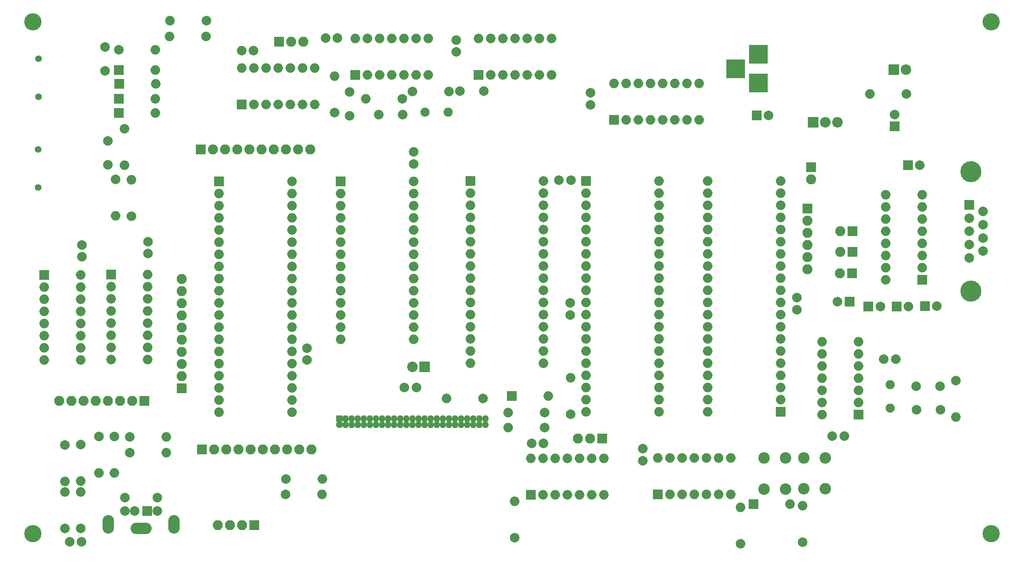
<source format=gbr>
G04 #@! TF.FileFunction,Soldermask,Bot*
%FSLAX46Y46*%
G04 Gerber Fmt 4.6, Leading zero omitted, Abs format (unit mm)*
G04 Created by KiCad (PCBNEW 4.0.7) date 04/20/21 08:22:52*
%MOMM*%
%LPD*%
G01*
G04 APERTURE LIST*
%ADD10C,0.100000*%
%ADD11O,2.400000X3.900000*%
%ADD12R,2.000000X2.000000*%
%ADD13C,2.000000*%
%ADD14O,4.400000X2.400000*%
%ADD15O,2.000000X2.000000*%
%ADD16R,2.100000X2.100000*%
%ADD17O,2.100000X2.100000*%
%ADD18C,4.400000*%
%ADD19R,2.200000X2.200000*%
%ADD20C,2.200000*%
%ADD21C,2.400000*%
%ADD22O,2.200000X2.200000*%
%ADD23C,1.400000*%
%ADD24C,1.900000*%
%ADD25R,3.900000X3.900000*%
%ADD26R,1.400000X1.400000*%
%ADD27O,1.400000X1.400000*%
%ADD28C,3.600000*%
G04 APERTURE END LIST*
D10*
D11*
X38710000Y-134100000D03*
X52410000Y-134100000D03*
D12*
X46860000Y-131250000D03*
D13*
X44260000Y-131250000D03*
X48960000Y-131250000D03*
X42160000Y-131250000D03*
X48960000Y-128450000D03*
X42160000Y-128450000D03*
D14*
X45560000Y-134900000D03*
D13*
X127070000Y-117100000D03*
X129570000Y-117100000D03*
D12*
X179070000Y-110490000D03*
D15*
X163830000Y-62230000D03*
X179070000Y-107950000D03*
X163830000Y-64770000D03*
X179070000Y-105410000D03*
X163830000Y-67310000D03*
X179070000Y-102870000D03*
X163830000Y-69850000D03*
X179070000Y-100330000D03*
X163830000Y-72390000D03*
X179070000Y-97790000D03*
X163830000Y-74930000D03*
X179070000Y-95250000D03*
X163830000Y-77470000D03*
X179070000Y-92710000D03*
X163830000Y-80010000D03*
X179070000Y-90170000D03*
X163830000Y-82550000D03*
X179070000Y-87630000D03*
X163830000Y-85090000D03*
X179070000Y-85090000D03*
X163830000Y-87630000D03*
X179070000Y-82550000D03*
X163830000Y-90170000D03*
X179070000Y-80010000D03*
X163830000Y-92710000D03*
X179070000Y-77470000D03*
X163830000Y-95250000D03*
X179070000Y-74930000D03*
X163830000Y-97790000D03*
X179070000Y-72390000D03*
X163830000Y-100330000D03*
X179070000Y-69850000D03*
X163830000Y-102870000D03*
X179070000Y-67310000D03*
X163830000Y-105410000D03*
X179070000Y-64770000D03*
X163830000Y-107950000D03*
X179070000Y-62230000D03*
X163830000Y-110490000D03*
D16*
X194010000Y-81610000D03*
D17*
X191470000Y-81610000D03*
D12*
X218500000Y-67250000D03*
D13*
X218500000Y-70020000D03*
X218500000Y-72790000D03*
X218500000Y-75560000D03*
X218500000Y-78330000D03*
X221340000Y-68635000D03*
X221340000Y-71405000D03*
X221340000Y-74175000D03*
X221340000Y-76945000D03*
D18*
X218800000Y-85290000D03*
X218800000Y-60290000D03*
D12*
X126940000Y-127910000D03*
D15*
X142180000Y-120290000D03*
X129480000Y-127910000D03*
X139640000Y-120290000D03*
X132020000Y-127910000D03*
X137100000Y-120290000D03*
X134560000Y-127910000D03*
X134560000Y-120290000D03*
X137100000Y-127910000D03*
X132020000Y-120290000D03*
X139640000Y-127910000D03*
X129480000Y-120290000D03*
X142180000Y-127910000D03*
X126940000Y-120290000D03*
D12*
X205660000Y-58940000D03*
D13*
X208160000Y-58940000D03*
D12*
X197400000Y-88540000D03*
D13*
X199900000Y-88540000D03*
D12*
X209210000Y-88470000D03*
D13*
X211710000Y-88470000D03*
D12*
X203300000Y-88510000D03*
D13*
X205800000Y-88510000D03*
X207430000Y-110090000D03*
X212430000Y-110090000D03*
X207370000Y-105200000D03*
X212370000Y-105200000D03*
D12*
X193480000Y-87510000D03*
D13*
X190980000Y-87510000D03*
X89120000Y-43660000D03*
X89120000Y-48660000D03*
D12*
X174070000Y-48540000D03*
D13*
X176570000Y-48540000D03*
D12*
X202920000Y-50860000D03*
D13*
X202920000Y-48360000D03*
X38650000Y-58870000D03*
X38650000Y-53870000D03*
X100220000Y-48420000D03*
X95220000Y-48420000D03*
X112110000Y-43460000D03*
X117110000Y-43460000D03*
X38050000Y-39260000D03*
X38050000Y-34260000D03*
D12*
X173400000Y-129810000D03*
D15*
X181020000Y-129810000D03*
D19*
X202680000Y-39000000D03*
D20*
X205220000Y-39000000D03*
D19*
X104770000Y-101170000D03*
D20*
X102230000Y-101170000D03*
D12*
X40900000Y-45090000D03*
D15*
X48520000Y-45090000D03*
D12*
X40920000Y-48080000D03*
D15*
X48540000Y-48080000D03*
D12*
X40990000Y-41970000D03*
D15*
X48610000Y-41970000D03*
D12*
X40920000Y-39090000D03*
D15*
X48540000Y-39090000D03*
D12*
X138430000Y-62230000D03*
D15*
X153670000Y-110490000D03*
X138430000Y-64770000D03*
X153670000Y-107950000D03*
X138430000Y-67310000D03*
X153670000Y-105410000D03*
X138430000Y-69850000D03*
X153670000Y-102870000D03*
X138430000Y-72390000D03*
X153670000Y-100330000D03*
X138430000Y-74930000D03*
X153670000Y-97790000D03*
X138430000Y-77470000D03*
X153670000Y-95250000D03*
X138430000Y-80010000D03*
X153670000Y-92710000D03*
X138430000Y-82550000D03*
X153670000Y-90170000D03*
X138430000Y-85090000D03*
X153670000Y-87630000D03*
X138430000Y-87630000D03*
X153670000Y-85090000D03*
X138430000Y-90170000D03*
X153670000Y-82550000D03*
X138430000Y-92710000D03*
X153670000Y-80010000D03*
X138430000Y-95250000D03*
X153670000Y-77470000D03*
X138430000Y-97790000D03*
X153670000Y-74930000D03*
X138430000Y-100330000D03*
X153670000Y-72390000D03*
X138430000Y-102870000D03*
X153670000Y-69850000D03*
X138430000Y-105410000D03*
X153670000Y-67310000D03*
X138430000Y-107950000D03*
X153670000Y-64770000D03*
X138430000Y-110490000D03*
X153670000Y-62230000D03*
D16*
X184680000Y-68060000D03*
D17*
X184680000Y-70600000D03*
X184680000Y-73140000D03*
X184680000Y-75680000D03*
X184680000Y-78220000D03*
X184680000Y-80760000D03*
D16*
X46250000Y-108200000D03*
D17*
X43710000Y-108200000D03*
X41170000Y-108200000D03*
X38630000Y-108200000D03*
X36090000Y-108200000D03*
X33550000Y-108200000D03*
X31010000Y-108200000D03*
X28470000Y-108200000D03*
D16*
X185420000Y-59380000D03*
D17*
X185420000Y-61920000D03*
D16*
X74380000Y-33110000D03*
D17*
X76920000Y-33110000D03*
X79460000Y-33110000D03*
D16*
X194080000Y-72730000D03*
D17*
X191540000Y-72730000D03*
D16*
X194080000Y-77110000D03*
D17*
X191540000Y-77110000D03*
D16*
X141880000Y-116120000D03*
D17*
X139340000Y-116120000D03*
X136800000Y-116120000D03*
D13*
X170690000Y-138140000D03*
D15*
X170690000Y-130520000D03*
D13*
X183680000Y-137800000D03*
D15*
X183680000Y-130180000D03*
D13*
X135200000Y-111030000D03*
D15*
X135200000Y-103410000D03*
D13*
X75770000Y-124610000D03*
D15*
X83390000Y-124610000D03*
D13*
X75720000Y-127830000D03*
D15*
X83340000Y-127830000D03*
D13*
X215700000Y-104050000D03*
D15*
X215700000Y-111670000D03*
D13*
X129780000Y-113860000D03*
D15*
X122160000Y-113860000D03*
D13*
X129840000Y-110700000D03*
D15*
X122220000Y-110700000D03*
D13*
X205360000Y-44090000D03*
D15*
X197740000Y-44090000D03*
D13*
X116930000Y-107710000D03*
D15*
X109310000Y-107710000D03*
D13*
X29640000Y-117460000D03*
D15*
X29640000Y-125080000D03*
D13*
X29670000Y-134890000D03*
D15*
X29670000Y-127270000D03*
D13*
X85990000Y-47930000D03*
D15*
X85990000Y-40310000D03*
D13*
X40270000Y-61950000D03*
D15*
X40270000Y-69570000D03*
D13*
X43510000Y-69610000D03*
D15*
X43510000Y-61990000D03*
D13*
X59120000Y-32050000D03*
D15*
X51500000Y-32050000D03*
D13*
X59180000Y-28720000D03*
D15*
X51560000Y-28720000D03*
D13*
X42080000Y-51350000D03*
D15*
X42080000Y-58970000D03*
D13*
X102250000Y-43590000D03*
D15*
X109870000Y-43590000D03*
D13*
X100120000Y-45070000D03*
D15*
X92500000Y-45070000D03*
D13*
X32990000Y-117400000D03*
D15*
X32990000Y-125020000D03*
D13*
X32970000Y-134890000D03*
D15*
X32970000Y-127270000D03*
D13*
X40930000Y-34870000D03*
D15*
X48550000Y-34870000D03*
D21*
X180130000Y-126710000D03*
X175630000Y-126710000D03*
X180130000Y-120210000D03*
X175630000Y-120210000D03*
X188430000Y-126650000D03*
X183930000Y-126650000D03*
X188430000Y-120150000D03*
X183930000Y-120150000D03*
D12*
X114300000Y-62230000D03*
D15*
X129540000Y-100330000D03*
X114300000Y-64770000D03*
X129540000Y-97790000D03*
X114300000Y-67310000D03*
X129540000Y-95250000D03*
X114300000Y-69850000D03*
X129540000Y-92710000D03*
X114300000Y-72390000D03*
X129540000Y-90170000D03*
X114300000Y-74930000D03*
X129540000Y-87630000D03*
X114300000Y-77470000D03*
X129540000Y-85090000D03*
X114300000Y-80010000D03*
X129540000Y-82550000D03*
X114300000Y-82550000D03*
X129540000Y-80010000D03*
X114300000Y-85090000D03*
X129540000Y-77470000D03*
X114300000Y-87630000D03*
X129540000Y-74930000D03*
X114300000Y-90170000D03*
X129540000Y-72390000D03*
X114300000Y-92710000D03*
X129540000Y-69850000D03*
X114300000Y-95250000D03*
X129540000Y-67310000D03*
X114300000Y-97790000D03*
X129540000Y-64770000D03*
X114300000Y-100330000D03*
X129540000Y-62230000D03*
D12*
X87230000Y-62360000D03*
D15*
X102470000Y-95380000D03*
X87230000Y-64900000D03*
X102470000Y-92840000D03*
X87230000Y-67440000D03*
X102470000Y-90300000D03*
X87230000Y-69980000D03*
X102470000Y-87760000D03*
X87230000Y-72520000D03*
X102470000Y-85220000D03*
X87230000Y-75060000D03*
X102470000Y-82680000D03*
X87230000Y-77600000D03*
X102470000Y-80140000D03*
X87230000Y-80140000D03*
X102470000Y-77600000D03*
X87230000Y-82680000D03*
X102470000Y-75060000D03*
X87230000Y-85220000D03*
X102470000Y-72520000D03*
X87230000Y-87760000D03*
X102470000Y-69980000D03*
X87230000Y-90300000D03*
X102470000Y-67440000D03*
X87230000Y-92840000D03*
X102470000Y-64900000D03*
X87230000Y-95380000D03*
X102470000Y-62360000D03*
D19*
X185860000Y-50010000D03*
D22*
X188400000Y-50010000D03*
X190940000Y-50010000D03*
D12*
X195330000Y-111130000D03*
D15*
X187710000Y-95890000D03*
X195330000Y-108590000D03*
X187710000Y-98430000D03*
X195330000Y-106050000D03*
X187710000Y-100970000D03*
X195330000Y-103510000D03*
X187710000Y-103510000D03*
X195330000Y-100970000D03*
X187710000Y-106050000D03*
X195330000Y-98430000D03*
X187710000Y-108590000D03*
X195330000Y-95890000D03*
X187710000Y-111130000D03*
D12*
X153470000Y-127790000D03*
D15*
X168710000Y-120170000D03*
X156010000Y-127790000D03*
X166170000Y-120170000D03*
X158550000Y-127790000D03*
X163630000Y-120170000D03*
X161090000Y-127790000D03*
X161090000Y-120170000D03*
X163630000Y-127790000D03*
X158550000Y-120170000D03*
X166170000Y-127790000D03*
X156010000Y-120170000D03*
X168710000Y-127790000D03*
X153470000Y-120170000D03*
D12*
X61790000Y-62320000D03*
D15*
X77030000Y-110580000D03*
X61790000Y-64860000D03*
X77030000Y-108040000D03*
X61790000Y-67400000D03*
X77030000Y-105500000D03*
X61790000Y-69940000D03*
X77030000Y-102960000D03*
X61790000Y-72480000D03*
X77030000Y-100420000D03*
X61790000Y-75020000D03*
X77030000Y-97880000D03*
X61790000Y-77560000D03*
X77030000Y-95340000D03*
X61790000Y-80100000D03*
X77030000Y-92800000D03*
X61790000Y-82640000D03*
X77030000Y-90260000D03*
X61790000Y-85180000D03*
X77030000Y-87720000D03*
X61790000Y-87720000D03*
X77030000Y-85180000D03*
X61790000Y-90260000D03*
X77030000Y-82640000D03*
X61790000Y-92800000D03*
X77030000Y-80100000D03*
X61790000Y-95340000D03*
X77030000Y-77560000D03*
X61790000Y-97880000D03*
X77030000Y-75020000D03*
X61790000Y-100420000D03*
X77030000Y-72480000D03*
X61790000Y-102960000D03*
X77030000Y-69940000D03*
X61790000Y-105500000D03*
X77030000Y-67400000D03*
X61790000Y-108040000D03*
X77030000Y-64860000D03*
X61790000Y-110580000D03*
X77030000Y-62320000D03*
D12*
X66610000Y-46270000D03*
D15*
X81850000Y-38650000D03*
X69150000Y-46270000D03*
X79310000Y-38650000D03*
X71690000Y-46270000D03*
X76770000Y-38650000D03*
X74230000Y-46270000D03*
X74230000Y-38650000D03*
X76770000Y-46270000D03*
X71690000Y-38650000D03*
X79310000Y-46270000D03*
X69150000Y-38650000D03*
X81850000Y-46270000D03*
X66610000Y-38650000D03*
D12*
X90250000Y-40070000D03*
D15*
X105490000Y-32450000D03*
X92790000Y-40070000D03*
X102950000Y-32450000D03*
X95330000Y-40070000D03*
X100410000Y-32450000D03*
X97870000Y-40070000D03*
X97870000Y-32450000D03*
X100410000Y-40070000D03*
X95330000Y-32450000D03*
X102950000Y-40070000D03*
X92790000Y-32450000D03*
X105490000Y-40070000D03*
X90250000Y-32450000D03*
D12*
X39290000Y-81810000D03*
D15*
X46910000Y-99590000D03*
X39290000Y-84350000D03*
X46910000Y-97050000D03*
X39290000Y-86890000D03*
X46910000Y-94510000D03*
X39290000Y-89430000D03*
X46910000Y-91970000D03*
X39290000Y-91970000D03*
X46910000Y-89430000D03*
X39290000Y-94510000D03*
X46910000Y-86890000D03*
X39290000Y-97050000D03*
X46910000Y-84350000D03*
X39290000Y-99590000D03*
X46910000Y-81810000D03*
D23*
X24130000Y-36690000D03*
X24130000Y-44690000D03*
X24090000Y-55630000D03*
X24090000Y-63630000D03*
D24*
X201930000Y-109730000D03*
X201930000Y-104850000D03*
X104810000Y-47850000D03*
X109690000Y-47850000D03*
D25*
X174420000Y-41780000D03*
X174420000Y-35780000D03*
X169720000Y-38780000D03*
D12*
X144280000Y-49490000D03*
D15*
X162060000Y-41870000D03*
X146820000Y-49490000D03*
X159520000Y-41870000D03*
X149360000Y-49490000D03*
X156980000Y-41870000D03*
X151900000Y-49490000D03*
X154440000Y-41870000D03*
X154440000Y-49490000D03*
X151900000Y-41870000D03*
X156980000Y-49490000D03*
X149360000Y-41870000D03*
X159520000Y-49490000D03*
X146820000Y-41870000D03*
X162060000Y-49490000D03*
X144280000Y-41870000D03*
D12*
X25380000Y-81880000D03*
D15*
X33000000Y-99660000D03*
X25380000Y-84420000D03*
X33000000Y-97120000D03*
X25380000Y-86960000D03*
X33000000Y-94580000D03*
X25380000Y-89500000D03*
X33000000Y-92040000D03*
X25380000Y-92040000D03*
X33000000Y-89500000D03*
X25380000Y-94580000D03*
X33000000Y-86960000D03*
X25380000Y-97120000D03*
X33000000Y-84420000D03*
X25380000Y-99660000D03*
X33000000Y-81880000D03*
D13*
X189880000Y-115620000D03*
X192380000Y-115620000D03*
X200600000Y-99480000D03*
X203100000Y-99480000D03*
X150290000Y-118270000D03*
X150290000Y-120770000D03*
X102490000Y-58710000D03*
X102490000Y-56210000D03*
X132810000Y-62060000D03*
X135310000Y-62060000D03*
X135150000Y-87770000D03*
X135150000Y-90270000D03*
D12*
X208640000Y-82910000D03*
D15*
X201020000Y-65130000D03*
X208640000Y-80370000D03*
X201020000Y-67670000D03*
X208640000Y-77830000D03*
X201020000Y-70210000D03*
X208640000Y-75290000D03*
X201020000Y-72750000D03*
X208640000Y-72750000D03*
X201020000Y-75290000D03*
X208640000Y-70210000D03*
X201020000Y-77830000D03*
X208640000Y-67670000D03*
X201020000Y-80370000D03*
X208640000Y-65130000D03*
X201020000Y-82910000D03*
D13*
X182460000Y-89190000D03*
X182460000Y-86690000D03*
X80240000Y-97230000D03*
X80240000Y-99730000D03*
X139390000Y-43840000D03*
X139390000Y-46340000D03*
X103020000Y-105420000D03*
X100520000Y-105420000D03*
D23*
X86980000Y-113270000D03*
D26*
X86980000Y-112000000D03*
D27*
X88250000Y-113270000D03*
X88250000Y-112000000D03*
X89520000Y-113270000D03*
X89520000Y-112000000D03*
X90790000Y-113270000D03*
X90790000Y-112000000D03*
X92060000Y-113270000D03*
X92060000Y-112000000D03*
X93330000Y-113270000D03*
X93330000Y-112000000D03*
X94600000Y-113270000D03*
X94600000Y-112000000D03*
X95870000Y-113270000D03*
X95870000Y-112000000D03*
X97140000Y-113270000D03*
X97140000Y-112000000D03*
X98410000Y-113270000D03*
X98410000Y-112000000D03*
X99680000Y-113270000D03*
X99680000Y-112000000D03*
X100950000Y-113270000D03*
X100950000Y-112000000D03*
X102220000Y-113270000D03*
X102220000Y-112000000D03*
X103490000Y-113270000D03*
X103490000Y-112000000D03*
X104760000Y-113270000D03*
X104760000Y-112000000D03*
X106030000Y-113270000D03*
X106030000Y-112000000D03*
X107300000Y-113270000D03*
X107300000Y-112000000D03*
X108570000Y-113270000D03*
X108570000Y-112000000D03*
X109840000Y-113270000D03*
X109840000Y-112000000D03*
X111110000Y-113270000D03*
X111110000Y-112000000D03*
X112380000Y-113270000D03*
X112380000Y-112000000D03*
X113650000Y-113270000D03*
X113650000Y-112000000D03*
X114920000Y-113270000D03*
X114920000Y-112000000D03*
X116190000Y-113270000D03*
X116190000Y-112000000D03*
X117460000Y-113270000D03*
X117460000Y-112000000D03*
D13*
X66550000Y-34980000D03*
X69050000Y-34980000D03*
X86560000Y-32410000D03*
X84060000Y-32410000D03*
X47000000Y-77450000D03*
X47000000Y-74950000D03*
X33240000Y-78110000D03*
X33240000Y-75610000D03*
X111390000Y-32800000D03*
X111390000Y-35300000D03*
D12*
X116010000Y-40090000D03*
D15*
X131250000Y-32470000D03*
X118550000Y-40090000D03*
X128710000Y-32470000D03*
X121090000Y-40090000D03*
X126170000Y-32470000D03*
X123630000Y-40090000D03*
X123630000Y-32470000D03*
X126170000Y-40090000D03*
X121090000Y-32470000D03*
X128710000Y-40090000D03*
X118550000Y-32470000D03*
X131250000Y-40090000D03*
X116010000Y-32470000D03*
D16*
X58000000Y-55680000D03*
D17*
X60540000Y-55680000D03*
X63080000Y-55680000D03*
X65620000Y-55680000D03*
X68160000Y-55680000D03*
X70700000Y-55680000D03*
X73240000Y-55680000D03*
X75780000Y-55680000D03*
X78320000Y-55680000D03*
X80860000Y-55680000D03*
D16*
X58250000Y-118410000D03*
D17*
X60790000Y-118410000D03*
X63330000Y-118410000D03*
X65870000Y-118410000D03*
X68410000Y-118410000D03*
X70950000Y-118410000D03*
X73490000Y-118410000D03*
X76030000Y-118410000D03*
X78570000Y-118410000D03*
X81110000Y-118410000D03*
D16*
X54030000Y-105580000D03*
D17*
X54030000Y-103040000D03*
X54030000Y-100500000D03*
X54030000Y-97960000D03*
X54030000Y-95420000D03*
X54030000Y-92880000D03*
X54030000Y-90340000D03*
X54030000Y-87800000D03*
X54030000Y-85260000D03*
X54030000Y-82720000D03*
D28*
X223000000Y-136000000D03*
X23000000Y-136000000D03*
X23000000Y-29000000D03*
X223000000Y-29000000D03*
D12*
X122990000Y-107210000D03*
D15*
X130610000Y-107210000D03*
D16*
X69160000Y-134240000D03*
D17*
X66620000Y-134240000D03*
X64080000Y-134240000D03*
X61540000Y-134240000D03*
D13*
X123580000Y-136850000D03*
D15*
X123580000Y-129230000D03*
D13*
X33160000Y-137730000D03*
X30660000Y-137730000D03*
X36800000Y-115670000D03*
D15*
X36800000Y-123290000D03*
D13*
X40010000Y-115670000D03*
D15*
X40010000Y-123290000D03*
D13*
X43210000Y-119060000D03*
D15*
X50830000Y-119060000D03*
D13*
X43210000Y-115750000D03*
D15*
X50830000Y-115750000D03*
M02*

</source>
